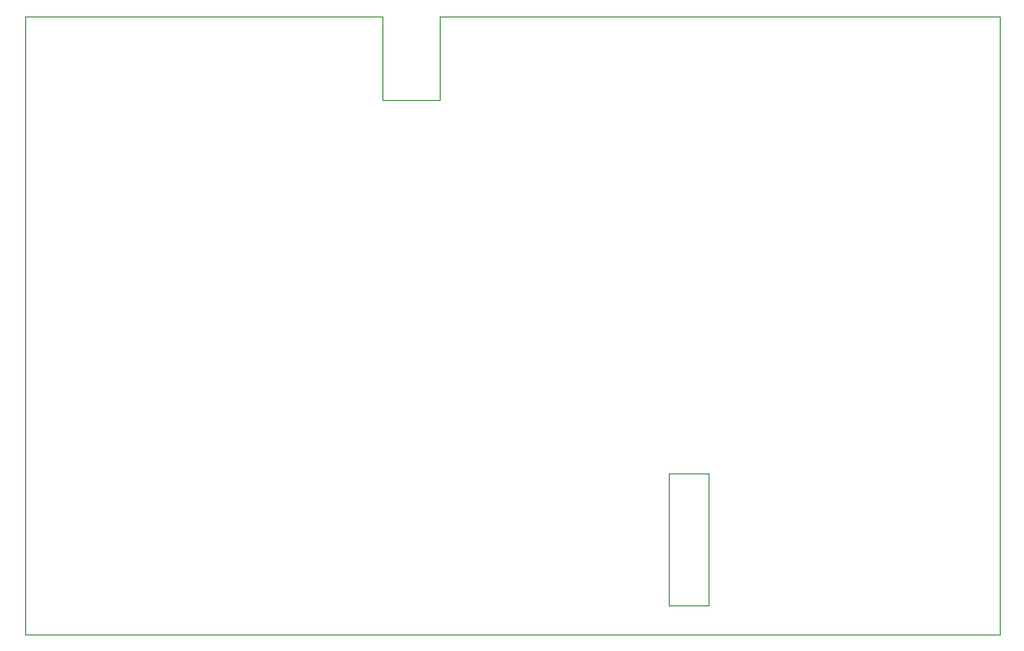
<source format=gm1>
%FSLAX43Y43*%
%MOMM*%
G71*
G01*
G75*
G04 Layer_Color=16711935*
%ADD10R,2.500X1.200*%
%ADD11R,0.800X0.650*%
%ADD12R,0.900X0.600*%
%ADD13R,1.350X1.500*%
%ADD14R,0.762X0.762*%
%ADD15R,0.700X0.700*%
%ADD16O,0.550X1.750*%
%ADD17O,1.750X0.550*%
%ADD18R,0.600X0.900*%
%ADD19R,0.650X0.800*%
%ADD20R,1.200X1.200*%
%ADD21R,1.000X2.250*%
%ADD22R,1.150X1.350*%
%ADD23R,2.000X2.500*%
%ADD24R,0.500X2.300*%
%ADD25R,1.500X3.280*%
%ADD26R,1.500X0.990*%
%ADD27R,0.950X1.750*%
%ADD28R,1.100X1.000*%
%ADD29R,1.100X0.600*%
%ADD30R,1.500X0.800*%
%ADD31R,1.300X0.600*%
%ADD32R,1.300X1.600*%
%ADD33O,0.300X1.700*%
%ADD34O,1.700X0.300*%
%ADD35R,0.800X1.000*%
%ADD36R,1.000X1.000*%
%ADD37R,0.950X1.000*%
%ADD38R,1.000X0.950*%
%ADD39O,0.700X0.250*%
%ADD40O,0.250X0.700*%
%ADD41R,1.400X3.000*%
%ADD42R,2.000X8.000*%
%ADD43C,0.175*%
%ADD44C,0.230*%
%ADD45C,0.150*%
%ADD46C,0.300*%
%ADD47C,0.200*%
%ADD48R,0.900X0.300*%
%ADD49R,1.700X1.700*%
%ADD50C,0.500*%
%ADD51C,1.700*%
%ADD52C,2.000*%
%ADD53C,3.600*%
%ADD54C,1.300*%
%ADD55C,0.550*%
%ADD56C,0.500*%
%ADD57C,1.600*%
%ADD58C,1.500*%
G04:AMPARAMS|DCode=59|XSize=2.524mm|YSize=2.524mm|CornerRadius=0mm|HoleSize=0mm|Usage=FLASHONLY|Rotation=0.000|XOffset=0mm|YOffset=0mm|HoleType=Round|Shape=Relief|Width=0.254mm|Gap=0.254mm|Entries=4|*
%AMTHD59*
7,0,0,2.524,2.016,0.254,45*
%
%ADD59THD59*%
%ADD60C,2.600*%
G04:AMPARAMS|DCode=61|XSize=4.624mm|YSize=4.624mm|CornerRadius=0mm|HoleSize=0mm|Usage=FLASHONLY|Rotation=0.000|XOffset=0mm|YOffset=0mm|HoleType=Round|Shape=Relief|Width=0.254mm|Gap=0.254mm|Entries=4|*
%AMTHD61*
7,0,0,4.624,4.116,0.254,45*
%
%ADD61THD61*%
G04:AMPARAMS|DCode=62|XSize=2.424mm|YSize=2.424mm|CornerRadius=0mm|HoleSize=0mm|Usage=FLASHONLY|Rotation=0.000|XOffset=0mm|YOffset=0mm|HoleType=Round|Shape=Relief|Width=0.254mm|Gap=0.254mm|Entries=4|*
%AMTHD62*
7,0,0,2.424,1.916,0.254,45*
%
%ADD62THD62*%
%ADD63C,0.850*%
%ADD64C,3.700*%
%ADD65R,2.400X0.800*%
%ADD66R,2.200X0.350*%
%ADD67C,1.270*%
%ADD68R,0.300X0.900*%
%ADD69C,0.800*%
%ADD70C,0.250*%
%ADD71C,0.254*%
%ADD72C,0.125*%
%ADD73C,0.640*%
%ADD74C,0.100*%
%ADD75R,1.750X1.750*%
%ADD76R,1.700X1.700*%
%ADD77R,0.900X0.510*%
%ADD78R,2.700X1.400*%
%ADD79R,1.000X0.850*%
%ADD80R,1.100X0.800*%
%ADD81R,1.550X1.700*%
%ADD82R,0.962X0.962*%
%ADD83R,0.900X0.900*%
%ADD84O,0.750X1.950*%
%ADD85O,1.950X0.750*%
%ADD86R,0.800X1.100*%
%ADD87R,0.850X1.000*%
%ADD88R,1.400X1.400*%
%ADD89R,1.200X2.450*%
%ADD90R,1.350X1.550*%
%ADD91R,2.200X2.700*%
%ADD92R,0.700X2.500*%
%ADD93R,1.700X3.480*%
%ADD94R,1.700X1.190*%
%ADD95R,1.150X1.950*%
%ADD96R,1.300X1.200*%
%ADD97R,1.300X0.800*%
%ADD98R,1.700X1.000*%
%ADD99R,1.500X0.800*%
%ADD100R,1.500X1.800*%
%ADD101O,0.500X1.900*%
%ADD102O,1.900X0.500*%
%ADD103R,1.000X1.200*%
%ADD104R,1.200X1.200*%
%ADD105R,1.150X1.200*%
%ADD106R,1.200X1.150*%
%ADD107O,0.900X0.450*%
%ADD108O,0.450X0.900*%
%ADD109R,1.600X3.200*%
%ADD110R,2.200X8.200*%
%ADD111R,1.900X1.900*%
%ADD112C,0.700*%
%ADD113C,1.900*%
%ADD114C,2.200*%
%ADD115C,3.800*%
%ADD116R,0.750X0.510*%
%ADD117R,0.800X0.510*%
%ADD118R,0.510X0.500*%
%ADD119R,0.510X0.825*%
%ADD120R,0.510X0.900*%
%ADD121R,2.600X1.000*%
%ADD122R,2.400X0.550*%
%ADD123C,1.470*%
%ADD124C,1.000*%
%ADD125C,0.750*%
D74*
X56125Y14050D02*
X59625D01*
X56125Y2550D02*
X59625D01*
Y14050D01*
X56125Y2550D02*
Y14050D01*
X0Y0D02*
X85000D01*
X0D02*
Y54000D01*
X85000Y0D02*
Y54000D01*
X36200D02*
X85000D01*
X0D02*
X31200D01*
Y46700D02*
Y54000D01*
Y46700D02*
X36200D01*
Y54000D01*
M02*

</source>
